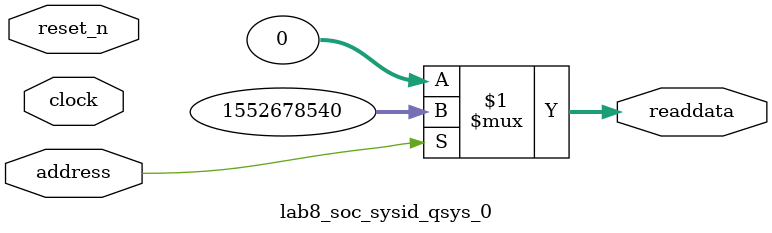
<source format=v>



// synthesis translate_off
`timescale 1ns / 1ps
// synthesis translate_on

// turn off superfluous verilog processor warnings 
// altera message_level Level1 
// altera message_off 10034 10035 10036 10037 10230 10240 10030 

module lab8_soc_sysid_qsys_0 (
               // inputs:
                address,
                clock,
                reset_n,

               // outputs:
                readdata
             )
;

  output  [ 31: 0] readdata;
  input            address;
  input            clock;
  input            reset_n;

  wire    [ 31: 0] readdata;
  //control_slave, which is an e_avalon_slave
  assign readdata = address ? 1552678540 : 0;

endmodule



</source>
